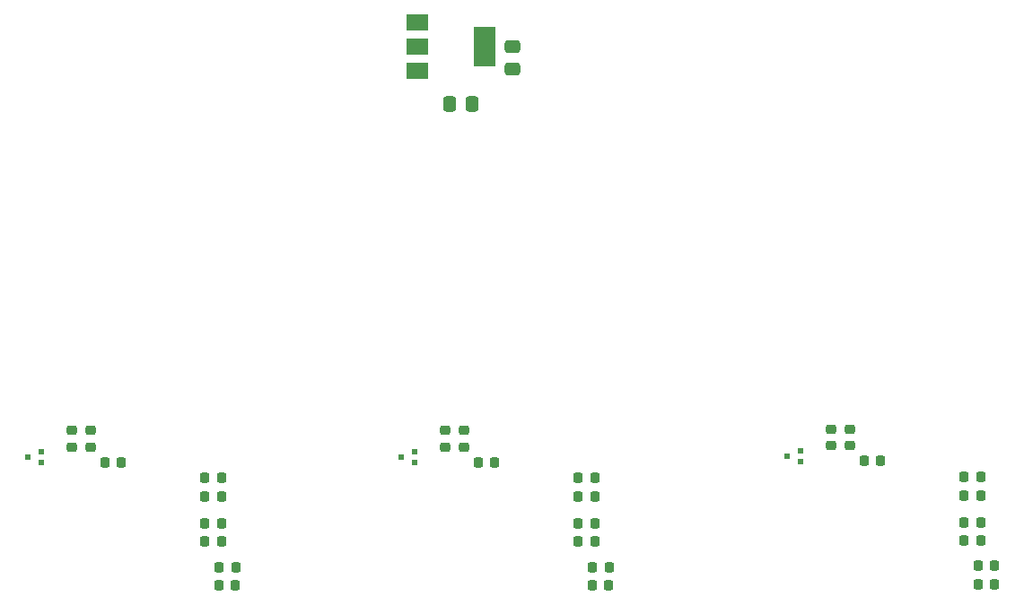
<source format=gtp>
G04 #@! TF.GenerationSoftware,KiCad,Pcbnew,7.0.10*
G04 #@! TF.CreationDate,2024-01-17T23:16:48-03:00*
G04 #@! TF.ProjectId,ligeirinho,6c696765-6972-4696-9e68-6f2e6b696361,rev?*
G04 #@! TF.SameCoordinates,Original*
G04 #@! TF.FileFunction,Paste,Top*
G04 #@! TF.FilePolarity,Positive*
%FSLAX46Y46*%
G04 Gerber Fmt 4.6, Leading zero omitted, Abs format (unit mm)*
G04 Created by KiCad (PCBNEW 7.0.10) date 2024-01-17 23:16:48*
%MOMM*%
%LPD*%
G01*
G04 APERTURE LIST*
G04 Aperture macros list*
%AMRoundRect*
0 Rectangle with rounded corners*
0 $1 Rounding radius*
0 $2 $3 $4 $5 $6 $7 $8 $9 X,Y pos of 4 corners*
0 Add a 4 corners polygon primitive as box body*
4,1,4,$2,$3,$4,$5,$6,$7,$8,$9,$2,$3,0*
0 Add four circle primitives for the rounded corners*
1,1,$1+$1,$2,$3*
1,1,$1+$1,$4,$5*
1,1,$1+$1,$6,$7*
1,1,$1+$1,$8,$9*
0 Add four rect primitives between the rounded corners*
20,1,$1+$1,$2,$3,$4,$5,0*
20,1,$1+$1,$4,$5,$6,$7,0*
20,1,$1+$1,$6,$7,$8,$9,0*
20,1,$1+$1,$8,$9,$2,$3,0*%
G04 Aperture macros list end*
%ADD10RoundRect,0.225000X-0.250000X0.225000X-0.250000X-0.225000X0.250000X-0.225000X0.250000X0.225000X0*%
%ADD11RoundRect,0.225000X-0.225000X-0.250000X0.225000X-0.250000X0.225000X0.250000X-0.225000X0.250000X0*%
%ADD12R,0.600000X0.500000*%
%ADD13R,2.000000X1.500000*%
%ADD14R,2.000000X3.800000*%
%ADD15RoundRect,0.250000X-0.475000X0.337500X-0.475000X-0.337500X0.475000X-0.337500X0.475000X0.337500X0*%
%ADD16RoundRect,0.250000X-0.337500X-0.475000X0.337500X-0.475000X0.337500X0.475000X-0.337500X0.475000X0*%
G04 APERTURE END LIST*
D10*
X78510000Y-119095000D03*
X78510000Y-120645000D03*
D11*
X89296000Y-129578000D03*
X90846000Y-129578000D03*
D10*
X76770000Y-119095000D03*
X76770000Y-120645000D03*
D11*
X90638000Y-131987000D03*
X92188000Y-131987000D03*
X89302000Y-125335000D03*
X90852000Y-125335000D03*
X90625000Y-133745000D03*
X92175000Y-133745000D03*
X89296000Y-127878000D03*
X90846000Y-127878000D03*
X79849000Y-122090000D03*
X81399000Y-122090000D03*
D12*
X73860000Y-122135000D03*
X73860000Y-121135000D03*
X72560000Y-121635000D03*
D11*
X89302000Y-123600000D03*
X90852000Y-123600000D03*
D10*
X114910000Y-118995000D03*
X114910000Y-120545000D03*
D11*
X125696000Y-129478000D03*
X127246000Y-129478000D03*
D10*
X113170000Y-118995000D03*
X113170000Y-120545000D03*
D11*
X127038000Y-131887000D03*
X128588000Y-131887000D03*
X125702000Y-125235000D03*
X127252000Y-125235000D03*
X127025000Y-133645000D03*
X128575000Y-133645000D03*
X125696000Y-127778000D03*
X127246000Y-127778000D03*
X116249000Y-121990000D03*
X117799000Y-121990000D03*
D12*
X110260000Y-122035000D03*
X110260000Y-121035000D03*
X108960000Y-121535000D03*
D11*
X125702000Y-123500000D03*
X127252000Y-123500000D03*
X54072000Y-129578000D03*
X55622000Y-129578000D03*
D10*
X43286000Y-119095000D03*
X43286000Y-120645000D03*
D12*
X38636000Y-122135000D03*
X38636000Y-121135000D03*
X37336000Y-121635000D03*
D11*
X54072000Y-127878000D03*
X55622000Y-127878000D03*
X44625000Y-122090000D03*
X46175000Y-122090000D03*
X54078000Y-123600000D03*
X55628000Y-123600000D03*
D10*
X41546000Y-119095000D03*
X41546000Y-120645000D03*
D11*
X55414000Y-131987000D03*
X56964000Y-131987000D03*
X54078000Y-125335000D03*
X55628000Y-125335000D03*
X55401000Y-133745000D03*
X56951000Y-133745000D03*
D13*
X74125000Y-85115000D03*
D14*
X80425000Y-82815000D03*
D13*
X74125000Y-82815000D03*
X74125000Y-80515000D03*
D15*
X83065000Y-84942500D03*
X83065000Y-82867500D03*
D16*
X79252500Y-88255000D03*
X77177500Y-88255000D03*
M02*

</source>
